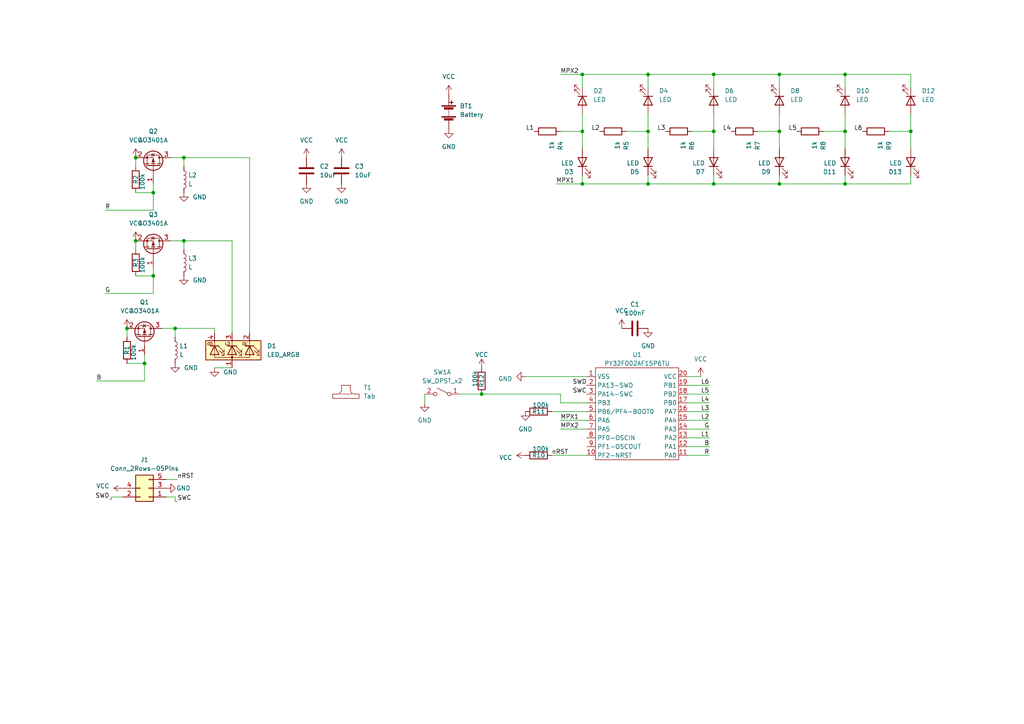
<source format=kicad_sch>
(kicad_sch (version 20231120) (generator "eeschema") (generator_version "8.0")
  (paper "A4")
  (lib_symbols
    (symbol "Connector_Generic:Conn_2Rows-05Pins" (pin_names (offset 1.016) hide)
      (property "Reference" "J" (at 1.27 5.08 0))
      (property "Value" "Conn_2Rows-05Pins" (at 1.27 -5.08 0))
      (symbol "Conn_2Rows-05Pins_1_1"
        (rectangle (start -1.27 -2.413) (end 0 -2.667) (stroke (width 0.1524)))
        (rectangle (start -1.27 0.127) (end 0 -0.127) (stroke (width 0.1524)))
        (rectangle (start -1.27 2.667) (end 0 2.413) (stroke (width 0.1524)))
        (rectangle (start -1.27 3.81) (end 3.81 -3.81) (stroke (width 0.254)) (fill (type background)))
        (rectangle (start 3.81 0.127) (end 2.54 -0.127) (stroke (width 0.1524)))
        (rectangle (start 3.81 2.667) (end 2.54 2.413) (stroke (width 0.1524)))
        (pin passive line (at -5.08 2.54 0) (length 3.81) (name "Pin_1") (number "1"))
        (pin passive line (at 7.62 2.54 180) (length 3.81) (name "Pin_2") (number "2"))
        (pin passive line (at -5.08 0 0) (length 3.81) (name "Pin_3") (number "3"))
        (pin passive line (at 7.62 0 180) (length 3.81) (name "Pin_4") (number "4"))
        (pin passive line (at -5.08 -2.54 0) (length 3.81) (name "Pin_5") (number "5"))
      )
    )
    (symbol "Device:Battery" (pin_numbers hide) (pin_names (offset 0) hide)
      (property "Reference" "BT" (at 2.54 2.54 0))
      (property "Value" "Battery" (at 2.54 0 0))
      (symbol "Battery_0_1"
        (rectangle (start -2.032 -1.397) (end 2.032 -1.651) (fill (type outline)))
        (rectangle (start -2.032 1.778) (end 2.032 1.524) (fill (type outline)))
        (rectangle (start -1.3208 -1.9812) (end 1.27 -2.4892) (fill (type outline)))
        (rectangle (start -1.3208 1.1938) (end 1.27 0.6858) (fill (type outline)))
        (polyline (pts (xy 0 -1.524) (xy 0 -1.27)))
        (polyline (pts (xy 0 -1.016) (xy 0 -0.762)))
        (polyline (pts (xy 0 -0.508) (xy 0 -0.254)))
        (polyline (pts (xy 0 0) (xy 0 0.254)))
        (polyline (pts (xy 0 0.508) (xy 0 0.762)))
        (polyline (pts (xy 0 1.778) (xy 0 2.54)))
        (polyline (pts (xy 0.254 2.667) (xy 1.27 2.667)) (stroke (width 0.254)))
        (polyline (pts (xy 0.762 3.175) (xy 0.762 2.159)) (stroke (width 0.254)))
      )
      (symbol "Battery_1_1"
        (pin passive line (at 0 5.08 270) (length 2.54) (name "+") (number "1"))
        (pin passive line (at 0 -5.08 90) (length 2.54) (name "-") (number "2"))
      )
    )
    (symbol "Device:C" (pin_numbers hide) (pin_names (offset 0.254))
      (property "Reference" "C" (at 0.635 2.54 0))
      (property "Value" "C" (at 0.635 -2.54 0))
      (symbol "C_0_1"
        (polyline (pts (xy -2.032 -0.762) (xy 2.032 -0.762)) (stroke (width 0.508)))
        (polyline (pts (xy -2.032 0.762) (xy 2.032 0.762)) (stroke (width 0.508)))
      )
      (symbol "C_1_1"
        (pin passive line (at 0 3.81 270) (length 2.794) (name "~") (number "1"))
        (pin passive line (at 0 -3.81 90) (length 2.794) (name "~") (number "2"))
      )
    )
    (symbol "Device:L" (pin_numbers hide) (pin_names (offset 1.016) hide)
      (property "Reference" "L" (at -1.27 0 90))
      (property "Value" "L" (at 1.905 0 90))
      (symbol "L_0_1"
        (arc (start 0 -2.54) (mid 0.6323 -1.905) (end 0 -1.27))
        (arc (start 0 -1.27) (mid 0.6323 -0.635) (end 0 0))
        (arc (start 0 0) (mid 0.6323 0.635) (end 0 1.27))
        (arc (start 0 1.27) (mid 0.6323 1.905) (end 0 2.54))
      )
      (symbol "L_1_1"
        (pin passive line (at 0 3.81 270) (length 1.27) (name "1") (number "1"))
        (pin passive line (at 0 -3.81 90) (length 1.27) (name "2") (number "2"))
      )
    )
    (symbol "Device:LED" (pin_numbers hide) (pin_names (offset 1.016) hide)
      (property "Reference" "D" (at 0 2.54 0))
      (property "Value" "LED" (at 0 -2.54 0))
      (symbol "LED_0_1"
        (polyline (pts (xy -1.27 -1.27) (xy -1.27 1.27)) (stroke (width 0.254)))
        (polyline (pts (xy -1.27 0) (xy 1.27 0)))
        (polyline (pts (xy 1.27 -1.27) (xy 1.27 1.27) (xy -1.27 0) (xy 1.27 -1.27)) (stroke (width 0.254)))
        (polyline (pts (xy -3.048 -0.762) (xy -4.572 -2.286) (xy -3.81 -2.286) (xy -4.572 -2.286) (xy -4.572 -1.524)))
        (polyline (pts (xy -1.778 -0.762) (xy -3.302 -2.286) (xy -2.54 -2.286) (xy -3.302 -2.286) (xy -3.302 -1.524)))
      )
      (symbol "LED_1_1"
        (pin passive line (at -3.81 0 0) (length 2.54) (name "K") (number "1"))
        (pin passive line (at 3.81 0 180) (length 2.54) (name "A") (number "2"))
      )
    )
    (symbol "Device:LED_ARGB" (pin_names (offset 0) hide)
      (property "Reference" "D" (at 0 9.398 0))
      (property "Value" "LED_ARGB" (at 0 -8.89 0))
      (symbol "LED_ARGB_0_0"
        (text "B" (at -1.905 -6.35 0) (effects (font (size 1.27 1.27))))
        (text "G" (at -1.905 -1.27 0) (effects (font (size 1.27 1.27))))
        (text "R" (at -1.905 3.81 0) (effects (font (size 1.27 1.27))))
      )
      (symbol "LED_ARGB_0_1"
        (polyline (pts (xy -1.27 -5.08) (xy -2.54 -5.08)))
        (polyline (pts (xy -1.27 -5.08) (xy 1.27 -5.08)))
        (polyline (pts (xy -1.27 -3.81) (xy -1.27 -6.35)) (stroke (width 0.254)))
        (polyline (pts (xy -1.27 0) (xy -2.54 0)))
        (polyline (pts (xy -1.27 1.27) (xy -1.27 -1.27)) (stroke (width 0.254)))
        (polyline (pts (xy -1.27 5.08) (xy -2.54 5.08)))
        (polyline (pts (xy -1.27 5.08) (xy 1.27 5.08)))
        (polyline (pts (xy -1.27 6.35) (xy -1.27 3.81)) (stroke (width 0.254)))
        (polyline (pts (xy 1.27 0) (xy -1.27 0)))
        (polyline (pts (xy 1.27 0) (xy 2.54 0)))
        (polyline (pts (xy -1.27 1.27) (xy -1.27 -1.27) (xy -1.27 -1.27)))
        (polyline (pts (xy -1.27 6.35) (xy -1.27 3.81) (xy -1.27 3.81)))
        (polyline (pts (xy 1.27 -5.08) (xy 2.032 -5.08) (xy 2.032 5.08) (xy 1.27 5.08)))
        (polyline (pts (xy 1.27 -3.81) (xy 1.27 -6.35) (xy -1.27 -5.08) (xy 1.27 -3.81)) (stroke (width 0.254)))
        (polyline (pts (xy 1.27 1.27) (xy 1.27 -1.27) (xy -1.27 0) (xy 1.27 1.27)) (stroke (width 0.254)))
        (polyline (pts (xy 1.27 6.35) (xy 1.27 3.81) (xy -1.27 5.08) (xy 1.27 6.35)) (stroke (width 0.254)))
        (polyline (pts (xy -1.016 -3.81) (xy 0.508 -2.286) (xy -0.254 -2.286) (xy 0.508 -2.286) (xy 0.508 -3.048)))
        (polyline (pts (xy -1.016 1.27) (xy 0.508 2.794) (xy -0.254 2.794) (xy 0.508 2.794) (xy 0.508 2.032)))
        (polyline (pts (xy -1.016 6.35) (xy 0.508 7.874) (xy -0.254 7.874) (xy 0.508 7.874) (xy 0.508 7.112)))
        (polyline (pts (xy 0 -3.81) (xy 1.524 -2.286) (xy 0.762 -2.286) (xy 1.524 -2.286) (xy 1.524 -3.048)))
        (polyline (pts (xy 0 1.27) (xy 1.524 2.794) (xy 0.762 2.794) (xy 1.524 2.794) (xy 1.524 2.032)))
        (polyline (pts (xy 0 6.35) (xy 1.524 7.874) (xy 0.762 7.874) (xy 1.524 7.874) (xy 1.524 7.112)))
        (rectangle (start 1.27 -1.27) (end 1.27 1.27))
        (rectangle (start 1.27 1.27) (end 1.27 1.27))
        (rectangle (start 1.27 3.81) (end 1.27 6.35))
        (rectangle (start 1.27 6.35) (end 1.27 6.35))
        (circle (center 2.032 0) (radius 0.254) (fill (type outline)))
        (rectangle (start 2.794 8.382) (end -2.794 -7.62) (stroke (width 0.254)) (fill (type background)))
      )
      (symbol "LED_ARGB_1_1"
        (pin passive line (at 5.08 0 180) (length 2.54) (name "A") (number "1"))
        (pin passive line (at -5.08 5.08 0) (length 2.54) (name "RK") (number "2"))
        (pin passive line (at -5.08 0 0) (length 2.54) (name "GK") (number "3"))
        (pin passive line (at -5.08 -5.08 0) (length 2.54) (name "BK") (number "4"))
      )
    )
    (symbol "Device:R" (pin_numbers hide) (pin_names (offset 0))
      (property "Reference" "R" (at 2.032 0 90))
      (property "Value" "R" (at 0 0 90))
      (symbol "R_0_1"
        (rectangle (start -1.016 -2.54) (end 1.016 2.54) (stroke (width 0.254)))
      )
      (symbol "R_1_1"
        (pin passive line (at 0 3.81 270) (length 1.27) (name "~") (number "1"))
        (pin passive line (at 0 -3.81 90) (length 1.27) (name "~") (number "2"))
      )
    )
    (symbol "PY32F002AF15P6:PY32F002AF15P6TU"
      (property "Reference" "U" (at -8.89 16.51 0))
      (property "Value" "PY32F002AF15P6TU" (at 5.08 16.51 0))
      (symbol "PY32F002AF15P6TU_0_1"
        (rectangle (start -12.7 11.43) (end 11.43 -15.24))
      )
      (symbol "PY32F002AF15P6TU_1_1"
        (pin input line (at -15.24 8.89 0) (length 2.54) (name "VSS") (number "1"))
        (pin input line (at -15.24 -13.97 0) (length 2.54) (name "PF2-NRST") (number "10"))
        (pin input line (at 13.97 -13.97 180) (length 2.54) (name "PA0") (number "11"))
        (pin input line (at 13.97 -11.43 180) (length 2.54) (name "PA1") (number "12"))
        (pin input line (at 13.97 -8.89 180) (length 2.54) (name "PA2") (number "13"))
        (pin input line (at 13.97 -6.35 180) (length 2.54) (name "PA3") (number "14"))
        (pin input line (at 13.97 -3.81 180) (length 2.54) (name "PA4") (number "15"))
        (pin input line (at 13.97 -1.27 180) (length 2.54) (name "PA7") (number "16"))
        (pin input line (at 13.97 1.27 180) (length 2.54) (name "PB0") (number "17"))
        (pin input line (at 13.97 3.81 180) (length 2.54) (name "PB2") (number "18"))
        (pin input line (at 13.97 6.35 180) (length 2.54) (name "PB1") (number "19"))
        (pin input line (at -15.24 6.35 0) (length 2.54) (name "PA13-SWD") (number "2"))
        (pin input line (at 13.97 8.89 180) (length 2.54) (name "VCC") (number "20"))
        (pin input line (at -15.24 3.81 0) (length 2.54) (name "PA14-SWC") (number "3"))
        (pin input line (at -15.24 1.27 0) (length 2.54) (name "PB3") (number "4"))
        (pin input line (at -15.24 -1.27 0) (length 2.54) (name "PB6/PF4-BOOT0") (number "5"))
        (pin input line (at -15.24 -3.81 0) (length 2.54) (name "PA6") (number "6"))
        (pin input line (at -15.24 -6.35 0) (length 2.54) (name "PA5") (number "7"))
        (pin input line (at -15.24 -8.89 0) (length 2.54) (name "PF0-OSCIN") (number "8"))
        (pin input line (at -15.24 -11.43 0) (length 2.54) (name "PF1-OSCOUT") (number "9"))
      )
    )
    (symbol "Switch:SW_DPST_x2" (pin_names (offset 0) hide)
      (property "Reference" "SW" (at 0 3.175 0))
      (property "Value" "SW_DPST_x2" (at 0 -2.54 0))
      (symbol "SW_DPST_x2_0_0"
        (circle (center -2.032 0) (radius 0.508))
        (polyline (pts (xy -1.524 0.254) (xy 1.524 1.778)))
        (circle (center 2.032 0) (radius 0.508))
      )
      (symbol "SW_DPST_x2_1_1"
        (pin passive line (at -5.08 0 0) (length 2.54) (name "A") (number "1"))
        (pin passive line (at 5.08 0 180) (length 2.54) (name "B") (number "2"))
      )
      (symbol "SW_DPST_x2_2_1"
        (pin passive line (at -5.08 0 0) (length 2.54) (name "A") (number "3"))
        (pin passive line (at 5.08 0 180) (length 2.54) (name "B") (number "4"))
      )
    )
    (symbol "Transistor_FET:AO3401A" (pin_names hide)
      (property "Reference" "Q" (at 5.08 1.905 0))
      (property "Value" "AO3401A" (at 5.08 0 0))
      (symbol "AO3401A_0_1"
        (polyline (pts (xy 0.254 0) (xy -2.54 0)))
        (polyline (pts (xy 0.254 1.905) (xy 0.254 -1.905)) (stroke (width 0.254)))
        (polyline (pts (xy 0.762 -1.27) (xy 0.762 -2.286)) (stroke (width 0.254)))
        (polyline (pts (xy 0.762 0.508) (xy 0.762 -0.508)) (stroke (width 0.254)))
        (polyline (pts (xy 0.762 2.286) (xy 0.762 1.27)) (stroke (width 0.254)))
        (polyline (pts (xy 2.54 2.54) (xy 2.54 1.778)))
        (polyline (pts (xy 2.54 -2.54) (xy 2.54 0) (xy 0.762 0)))
        (polyline (pts (xy 0.762 1.778) (xy 3.302 1.778) (xy 3.302 -1.778) (xy 0.762 -1.778)))
        (polyline (pts (xy 2.286 0) (xy 1.27 0.381) (xy 1.27 -0.381) (xy 2.286 0)) (fill (type outline)))
        (polyline (pts (xy 2.794 -0.508) (xy 2.921 -0.381) (xy 3.683 -0.381) (xy 3.81 -0.254)))
        (polyline (pts (xy 3.302 -0.381) (xy 2.921 0.254) (xy 3.683 0.254) (xy 3.302 -0.381)))
        (circle (center 1.651 0) (radius 2.794) (stroke (width 0.254)))
        (circle (center 2.54 -1.778) (radius 0.254) (fill (type outline)))
        (circle (center 2.54 1.778) (radius 0.254) (fill (type outline)))
      )
      (symbol "AO3401A_1_1"
        (pin input line (at -5.08 0 0) (length 2.54) (name "G") (number "1"))
        (pin passive line (at 2.54 -5.08 90) (length 2.54) (name "S") (number "2"))
        (pin passive line (at 2.54 5.08 270) (length 2.54) (name "D") (number "3"))
      )
    )
    (symbol "kikit:Tab" (in_bom no)
      (property "Reference" "T" (at 0 3.81 0))
      (property "Value" "Tab" (at 0 -2.54 0))
      (symbol "Tab_0_1"
        (arc (start -2.54 0) (mid -1.642 0.372) (end -1.27 1.27) (stroke (width 0.1524)))
        (circle (center -1.524 0) (radius 0.0762) (stroke (width 0.1524)))
        (circle (center -1.016 0) (radius 0.0762) (stroke (width 0.1524)))
        (circle (center -0.508 0) (radius 0.0762) (stroke (width 0.1524)))
        (polyline (pts (xy -3.81 0) (xy -2.54 0)) (stroke (width 0.1524)))
        (polyline (pts (xy -1.27 1.27) (xy -1.27 2.54)) (stroke (width 0.1524)))
        (polyline (pts (xy 1.27 1.27) (xy 1.27 2.54)) (stroke (width 0.1524)))
        (polyline (pts (xy 1.27 2.54) (xy -1.27 2.54)) (stroke (width 0.1524)))
        (polyline (pts (xy 2.54 0) (xy 3.81 0)) (stroke (width 0.1524)))
        (polyline (pts (xy -3.81 0) (xy -3.81 -1.27) (xy 3.81 -1.27) (xy 3.81 0)) (stroke (width 0.1524)))
        (circle (center 0 0) (radius 0.0762) (stroke (width 0.1524)))
        (circle (center 0.508 0) (radius 0.0762) (stroke (width 0.1524)))
        (circle (center 1.016 0) (radius 0.0762) (stroke (width 0.1524)))
        (arc (start 1.27 1.27) (mid 1.642 0.372) (end 2.54 0) (stroke (width 0.1524)))
        (circle (center 1.524 0) (radius 0.0762) (stroke (width 0.1524)))
      )
    )
    (symbol "power:GND" (power) (pin_names (offset 0))
      (property "Value" "GND" (at 0 -3.81 0))
      (symbol "GND_0_1"
        (polyline (pts (xy 0 0) (xy 0 -1.27) (xy 1.27 -1.27) (xy 0 -2.54) (xy -1.27 -1.27) (xy 0 -1.27)))
      )
      (symbol "GND_1_1"
        (pin power_in line (at 0 0 270) (length 0) hide (name "GND") (number "1"))
      )
    )
    (symbol "power:VCC" (power) (pin_names (offset 0))
      (property "Value" "VCC" (at 0 3.81 0))
      (symbol "VCC_0_1"
        (polyline (pts (xy -0.762 1.27) (xy 0 2.54)))
        (polyline (pts (xy 0 0) (xy 0 2.54)))
        (polyline (pts (xy 0 2.54) (xy 0.762 1.27)))
      )
      (symbol "VCC_1_1"
        (pin power_in line (at 0 0 90) (length 0) hide (name "VCC") (number "1"))
      )
    )
  )
  (junction (at 36.83 95.25))
  (junction (at 168.91 38.1))
  (junction (at 245.11 21.59))
  (junction (at 39.37 45.72))
  (junction (at 245.11 53.34))
  (junction (at 50.8 95.25))
  (junction (at 207.01 53.34))
  (junction (at 264.16 38.1))
  (junction (at 44.45 80.01))
  (junction (at 207.01 38.1))
  (junction (at 226.06 38.1))
  (junction (at 39.37 69.85))
  (junction (at 44.45 55.88))
  (junction (at 168.91 21.59))
  (junction (at 53.34 45.72))
  (junction (at 139.7 114.3))
  (junction (at 226.06 21.59))
  (junction (at 41.91 105.41))
  (junction (at 187.96 38.1))
  (junction (at 187.96 21.59))
  (junction (at 245.11 38.1))
  (junction (at 226.06 53.34))
  (junction (at 53.34 69.85))
  (junction (at 187.96 53.34))
  (junction (at 168.91 53.34))
  (junction (at 207.01 21.59))
  (wire (pts (xy 187.96 21.59) (xy 168.91 21.59)))
  (wire (pts (xy 162.56 121.92) (xy 170.18 121.92)))
  (wire (pts (xy 226.06 50.8) (xy 226.06 53.34)))
  (wire (pts (xy 245.11 33.02) (xy 245.11 38.1)))
  (wire (pts (xy 32.385 144.78) (xy 32.385 144.145)))
  (wire (pts (xy 207.01 33.02) (xy 207.01 38.1)))
  (wire (pts (xy 44.45 55.88) (xy 44.45 60.96)))
  (wire (pts (xy 226.06 33.02) (xy 226.06 38.1)))
  (wire (pts (xy 264.16 25.4) (xy 264.16 21.59)))
  (wire (pts (xy 44.45 55.88) (xy 44.45 53.34)))
  (wire (pts (xy 32.385 144.145) (xy 35.56 144.145)))
  (wire (pts (xy 36.83 105.41) (xy 41.91 105.41)))
  (wire (pts (xy 207.01 25.4) (xy 207.01 21.59)))
  (wire (pts (xy 50.8 144.145) (xy 48.26 144.145)))
  (wire (pts (xy 162.56 124.46) (xy 170.18 124.46)))
  (wire (pts (xy 53.34 69.85) (xy 53.34 72.39)))
  (wire (pts (xy 39.37 80.01) (xy 44.45 80.01)))
  (wire (pts (xy 49.53 45.72) (xy 53.34 45.72)))
  (wire (pts (xy 205.74 124.46) (xy 199.39 124.46)))
  (wire (pts (xy 50.8 145.415) (xy 50.8 144.145)))
  (wire (pts (xy 245.11 50.8) (xy 245.11 53.34)))
  (wire (pts (xy 53.34 69.85) (xy 67.31 69.85)))
  (wire (pts (xy 31.75 144.78) (xy 32.385 144.78)))
  (wire (pts (xy 162.56 38.1) (xy 168.91 38.1)))
  (wire (pts (xy 205.74 119.38) (xy 199.39 119.38)))
  (wire (pts (xy 205.74 132.08) (xy 199.39 132.08)))
  (wire (pts (xy 162.56 21.59) (xy 168.91 21.59)))
  (wire (pts (xy 44.45 80.01) (xy 44.45 85.09)))
  (wire (pts (xy 226.06 25.4) (xy 226.06 21.59)))
  (wire (pts (xy 245.11 25.4) (xy 245.11 21.59)))
  (wire (pts (xy 36.83 95.25) (xy 36.83 97.79)))
  (wire (pts (xy 199.39 109.22) (xy 203.2 109.22)))
  (wire (pts (xy 245.11 38.1) (xy 245.11 43.18)))
  (wire (pts (xy 39.37 69.85) (xy 39.37 72.39)))
  (wire (pts (xy 181.61 38.1) (xy 187.96 38.1)))
  (wire (pts (xy 41.91 105.41) (xy 41.91 102.87)))
  (wire (pts (xy 30.48 60.96) (xy 44.45 60.96)))
  (wire (pts (xy 160.02 132.08) (xy 170.18 132.08)))
  (wire (pts (xy 50.8 95.25) (xy 50.8 97.79)))
  (wire (pts (xy 168.91 53.34) (xy 187.96 53.34)))
  (wire (pts (xy 226.06 38.1) (xy 226.06 43.18)))
  (wire (pts (xy 238.76 38.1) (xy 245.11 38.1)))
  (wire (pts (xy 207.01 38.1) (xy 207.01 43.18)))
  (wire (pts (xy 39.37 55.88) (xy 44.45 55.88)))
  (wire (pts (xy 205.74 114.3) (xy 199.39 114.3)))
  (wire (pts (xy 27.94 110.49) (xy 41.91 110.49)))
  (wire (pts (xy 51.435 145.415) (xy 50.8 145.415)))
  (wire (pts (xy 46.99 95.25) (xy 50.8 95.25)))
  (wire (pts (xy 162.56 114.3) (xy 162.56 116.84)))
  (wire (pts (xy 264.16 50.8) (xy 264.16 53.34)))
  (wire (pts (xy 245.11 21.59) (xy 226.06 21.59)))
  (wire (pts (xy 72.39 45.72) (xy 72.39 96.52)))
  (wire (pts (xy 207.01 53.34) (xy 226.06 53.34)))
  (wire (pts (xy 152.4 109.22) (xy 170.18 109.22)))
  (wire (pts (xy 53.34 45.72) (xy 72.39 45.72)))
  (wire (pts (xy 187.96 53.34) (xy 207.01 53.34)))
  (wire (pts (xy 219.71 38.1) (xy 226.06 38.1)))
  (wire (pts (xy 207.01 21.59) (xy 187.96 21.59)))
  (wire (pts (xy 49.53 69.85) (xy 53.34 69.85)))
  (wire (pts (xy 123.19 114.3) (xy 123.19 116.84)))
  (wire (pts (xy 257.81 38.1) (xy 264.16 38.1)))
  (wire (pts (xy 161.29 53.34) (xy 168.91 53.34)))
  (wire (pts (xy 205.74 129.54) (xy 199.39 129.54)))
  (wire (pts (xy 162.56 116.84) (xy 170.18 116.84)))
  (wire (pts (xy 62.23 95.25) (xy 50.8 95.25)))
  (wire (pts (xy 41.91 105.41) (xy 41.91 110.49)))
  (wire (pts (xy 160.02 119.38) (xy 170.18 119.38)))
  (wire (pts (xy 226.06 53.34) (xy 245.11 53.34)))
  (wire (pts (xy 187.96 38.1) (xy 187.96 43.18)))
  (wire (pts (xy 62.23 96.52) (xy 62.23 95.25)))
  (wire (pts (xy 264.16 33.02) (xy 264.16 38.1)))
  (wire (pts (xy 30.48 85.09) (xy 44.45 85.09)))
  (wire (pts (xy 245.11 53.34) (xy 264.16 53.34)))
  (wire (pts (xy 187.96 50.8) (xy 187.96 53.34)))
  (wire (pts (xy 205.74 127) (xy 199.39 127)))
  (wire (pts (xy 53.34 45.72) (xy 53.34 48.26)))
  (wire (pts (xy 187.96 33.02) (xy 187.96 38.1)))
  (wire (pts (xy 168.91 38.1) (xy 168.91 43.18)))
  (wire (pts (xy 133.35 114.3) (xy 139.7 114.3)))
  (wire (pts (xy 226.06 21.59) (xy 207.01 21.59)))
  (wire (pts (xy 39.37 45.72) (xy 39.37 48.26)))
  (wire (pts (xy 200.66 38.1) (xy 207.01 38.1)))
  (wire (pts (xy 205.74 116.84) (xy 199.39 116.84)))
  (wire (pts (xy 168.91 50.8) (xy 168.91 53.34)))
  (wire (pts (xy 168.91 25.4) (xy 168.91 21.59)))
  (wire (pts (xy 67.31 69.85) (xy 67.31 96.52)))
  (wire (pts (xy 205.74 111.76) (xy 199.39 111.76)))
  (wire (pts (xy 48.26 139.065) (xy 51.435 139.065)))
  (wire (pts (xy 207.01 50.8) (xy 207.01 53.34)))
  (wire (pts (xy 264.16 21.59) (xy 245.11 21.59)))
  (wire (pts (xy 187.96 25.4) (xy 187.96 21.59)))
  (wire (pts (xy 264.16 38.1) (xy 264.16 43.18)))
  (wire (pts (xy 44.45 80.01) (xy 44.45 77.47)))
  (wire (pts (xy 139.7 114.3) (xy 162.56 114.3)))
  (wire (pts (xy 62.23 106.68) (xy 67.31 106.68)))
  (wire (pts (xy 168.91 33.02) (xy 168.91 38.1)))
  (wire (pts (xy 205.74 121.92) (xy 199.39 121.92)))
  (label "MPX1" (at 162.56 121.92 0))
  (label "SWC" (at 170.18 114.3 180))
  (label "L1" (at 205.74 127 180))
  (label "L5" (at 231.14 38.1 180))
  (label "L2" (at 205.74 121.92 180))
  (label "B" (at 27.94 110.49 0))
  (label "R" (at 30.48 60.96 0))
  (label "L4" (at 212.09 38.1 180))
  (label "L2" (at 173.99 38.1 180))
  (label "L6" (at 205.74 111.76 180))
  (label "L5" (at 205.74 114.3 180))
  (label "MPX2" (at 162.56 21.59 0))
  (label "nRST" (at 160.02 132.08 0))
  (label "SWD" (at 31.75 144.78 180))
  (label "L3" (at 205.74 119.38 180))
  (label "B" (at 205.74 129.54 180))
  (label "G" (at 205.74 124.46 180))
  (label "SWC" (at 51.435 145.415 0))
  (label "L1" (at 154.94 38.1 180))
  (label "L6" (at 250.19 38.1 180))
  (label "MPX2" (at 162.56 124.46 0))
  (label "L3" (at 193.04 38.1 180))
  (label "L4" (at 205.74 116.84 180))
  (label "nRST" (at 51.435 139.065 0))
  (label "MPX1" (at 161.29 53.34 0))
  (label "SWD" (at 170.18 111.76 180))
  (label "R" (at 205.74 132.08 180))
  (label "G" (at 30.48 85.09 0))
  (symbol (lib_id "Device:LED") (at 245.11 46.99 90) (unit 1)
    (property "Reference" "D11" (at 242.57 49.8476 90) (effects (justify left)))
    (property "Value" "LED" (at 242.57 47.3076 90) (effects (justify left)))
    (property "Footprint" "LED_SMD:LED_0805_2012Metric" (effects (hide yes)))
  )
  (symbol (lib_id "Device:R") (at 39.37 76.2 0) (unit 1)
    (property "Reference" "R3" (at 39.37 76.2 90))
    (property "Value" "100k" (at 41.275 76.835 90))
    (property "Footprint" "Resistor_SMD:R_0603_1608Metric" (effects (hide yes)))
  )
  (symbol (lib_id "Device:R") (at 254 38.1 270) (unit 1)
    (property "Reference" "R9" (at 257.8101 40.894 0) (effects (justify left)))
    (property "Value" "1k" (at 255.2701 40.894 0) (effects (justify left)))
    (property "Footprint" "Resistor_SMD:R_0603_1608Metric" (effects (hide yes)))
  )
  (symbol (lib_id "Connector_Generic:Conn_2Rows-05Pins") (at 43.18 141.605 180) (unit 1)
    (property "Reference" "J1" (at 41.91 133.35 0))
    (property "Value" "Conn_2Rows-05Pins" (at 41.91 135.89 0))
    (property "Footprint" "karifa:ProgConnector_5pin" (effects (hide yes)))
  )
  (symbol (lib_id "kikit:Tab") (at 100.33 114.3 0) (unit 1) (in_bom no)
    (property "Reference" "T1" (at 105.41 112.3949 0) (effects (justify left)))
    (property "Value" "Tab" (at 105.41 114.9349 0) (effects (justify left)))
    (property "Footprint" "kikit:Tab" (effects (hide yes)))
  )
  (symbol (lib_id "Device:L") (at 53.34 52.07 0) (unit 1)
    (property "Reference" "L2" (at 54.61 50.7999 0) (effects (justify left)))
    (property "Value" "L" (at 54.61 53.3399 0) (effects (justify left)))
    (property "Footprint" "Inductor_SMD:L_1008_2520Metric" (effects (hide yes)))
  )
  (symbol (lib_id "Device:C") (at 99.06 49.53 0) (unit 1)
    (property "Reference" "C3" (at 102.87 48.2599 0) (effects (justify left)))
    (property "Value" "10uF" (at 102.87 50.7999 0) (effects (justify left)))
    (property "Footprint" "Capacitor_SMD:C_0805_2012Metric" (effects (hide yes)))
  )
  (symbol (lib_id "Device:LED") (at 207.01 29.21 270) (unit 1)
    (property "Reference" "D6" (at 210.185 26.3524 90) (effects (justify left)))
    (property "Value" "LED" (at 210.185 28.8924 90) (effects (justify left)))
    (property "Footprint" "LED_SMD:LED_0805_2012Metric" (effects (hide yes)))
  )
  (symbol (lib_id "Transistor_FET:AO3401A") (at 44.45 72.39 270) (mirror x) (unit 1)
    (property "Reference" "Q3" (at 44.45 62.23 90))
    (property "Value" "AO3401A" (at 44.45 64.77 90))
    (property "Footprint" "karifa:SOT-23" (effects (hide yes)))
    (property "Datasheet" "http://www.aosmd.com/pdfs/datasheet/AO3401A.pdf" (effects (hide yes)))
  )
  (symbol (lib_id "Device:R") (at 36.83 101.6 0) (unit 1)
    (property "Reference" "R1" (at 36.83 101.6 90))
    (property "Value" "100k" (at 38.735 102.235 90))
    (property "Footprint" "Resistor_SMD:R_0603_1608Metric" (effects (hide yes)))
  )
  (symbol (lib_id "Device:LED") (at 168.91 29.21 270) (unit 1)
    (property "Reference" "D2" (at 172.085 26.3524 90) (effects (justify left)))
    (property "Value" "LED" (at 172.085 28.8924 90) (effects (justify left)))
    (property "Footprint" "LED_SMD:LED_0805_2012Metric" (effects (hide yes)))
  )
  (symbol (lib_id "power:GND") (at 99.06 53.34 0) (unit 1)
    (property "Reference" "#PWR0120" (effects (hide yes)))
    (property "Value" "GND" (at 99.06 58.42 0))
  )
  (symbol (lib_id "Device:LED") (at 187.96 29.21 270) (unit 1)
    (property "Reference" "D4" (at 191.135 26.3524 90) (effects (justify left)))
    (property "Value" "LED" (at 191.135 28.8924 90) (effects (justify left)))
    (property "Footprint" "LED_SMD:LED_0805_2012Metric" (effects (hide yes)))
  )
  (symbol (lib_id "Device:L") (at 53.34 76.2 0) (unit 1)
    (property "Reference" "L3" (at 54.61 74.9299 0) (effects (justify left)))
    (property "Value" "L" (at 54.61 77.4699 0) (effects (justify left)))
    (property "Footprint" "Inductor_SMD:L_1008_2520Metric" (effects (hide yes)))
  )
  (symbol (lib_id "Device:R") (at 215.9 38.1 270) (unit 1)
    (property "Reference" "R7" (at 219.7101 40.894 0) (effects (justify left)))
    (property "Value" "1k" (at 217.1701 40.894 0) (effects (justify left)))
    (property "Footprint" "Resistor_SMD:R_0603_1608Metric" (effects (hide yes)))
  )
  (symbol (lib_id "Device:Battery") (at 130.175 32.385 0) (unit 1)
    (property "Reference" "BT1" (at 133.35 30.7339 0) (effects (justify left)))
    (property "Value" "Battery" (at 133.35 33.2739 0) (effects (justify left)))
    (property "Footprint" "karifa:CR2032_Holder" (effects (hide yes)))
  )
  (symbol (lib_id "Device:LED") (at 264.16 46.99 90) (unit 1)
    (property "Reference" "D13" (at 261.62 49.8476 90) (effects (justify left)))
    (property "Value" "LED" (at 261.62 47.3076 90) (effects (justify left)))
    (property "Footprint" "LED_SMD:LED_0805_2012Metric" (effects (hide yes)))
  )
  (symbol (lib_id "power:VCC") (at 39.37 69.85 0) (unit 1)
    (property "Reference" "#PWR0116" (effects (hide yes)))
    (property "Value" "VCC" (at 39.37 64.77 0))
  )
  (symbol (lib_id "Device:LED") (at 245.11 29.21 270) (unit 1)
    (property "Reference" "D10" (at 248.285 26.3524 90) (effects (justify left)))
    (property "Value" "LED" (at 248.285 28.8924 90) (effects (justify left)))
    (property "Footprint" "LED_SMD:LED_0805_2012Metric" (effects (hide yes)))
  )
  (symbol (lib_id "power:GND") (at 62.23 106.68 0) (unit 1)
    (property "Reference" "#PWR0107" (effects (hide yes)))
    (property "Value" "GND" (at 64.77 107.9499 0) (effects (justify left)))
  )
  (symbol (lib_id "Device:LED") (at 264.16 29.21 270) (unit 1)
    (property "Reference" "D12" (at 267.335 26.3524 90) (effects (justify left)))
    (property "Value" "LED" (at 267.335 28.8924 90) (effects (justify left)))
    (property "Footprint" "LED_SMD:LED_0805_2012Metric" (effects (hide yes)))
  )
  (symbol (lib_id "power:VCC") (at 35.56 141.605 90) (unit 1)
    (property "Reference" "#PWR01" (effects (hide yes)))
    (property "Value" "VCC" (at 31.75 140.97 90) (effects (justify left)))
  )
  (symbol (lib_id "power:VCC") (at 88.9 45.72 0) (unit 1)
    (property "Reference" "#PWR0117" (effects (hide yes)))
    (property "Value" "VCC" (at 88.9 40.64 0))
  )
  (symbol (lib_id "PY32F002AF15P6:PY32F002AF15P6TU") (at 185.42 118.11 0) (unit 1)
    (property "Reference" "U1" (at 184.785 102.87 0))
    (property "Value" "PY32F002AF15P6TU" (at 184.785 105.41 0))
    (property "Footprint" "karifa:TSSOP-20_4.4x6.5mm_P0.65mm" (effects (hide yes)))
  )
  (symbol (lib_id "power:VCC") (at 39.37 45.72 0) (unit 1)
    (property "Reference" "#PWR0115" (effects (hide yes)))
    (property "Value" "VCC" (at 39.37 40.64 0))
  )
  (symbol (lib_id "power:GND") (at 53.34 55.88 0) (unit 1)
    (property "Reference" "#PWR0114" (effects (hide yes)))
    (property "Value" "GND" (at 55.88 57.1499 0) (effects (justify left)))
  )
  (symbol (lib_id "Device:R") (at 196.85 38.1 270) (unit 1)
    (property "Reference" "R6" (at 200.6601 40.894 0) (effects (justify left)))
    (property "Value" "1k" (at 198.1201 40.894 0) (effects (justify left)))
    (property "Footprint" "Resistor_SMD:R_0603_1608Metric" (effects (hide yes)))
  )
  (symbol (lib_id "power:VCC") (at 130.175 27.305 0) (unit 1)
    (property "Reference" "#PWR0105" (effects (hide yes)))
    (property "Value" "VCC" (at 130.175 22.225 0))
  )
  (symbol (lib_id "Device:R") (at 158.75 38.1 270) (unit 1)
    (property "Reference" "R4" (at 162.5601 40.894 0) (effects (justify left)))
    (property "Value" "1k" (at 160.0201 40.894 0) (effects (justify left)))
    (property "Footprint" "Resistor_SMD:R_0603_1608Metric" (effects (hide yes)))
  )
  (symbol (lib_id "Device:LED") (at 187.96 46.99 90) (unit 1)
    (property "Reference" "D5" (at 185.42 49.8476 90) (effects (justify left)))
    (property "Value" "LED" (at 185.42 47.3076 90) (effects (justify left)))
    (property "Footprint" "LED_SMD:LED_0805_2012Metric" (effects (hide yes)))
  )
  (symbol (lib_id "power:GND") (at 53.34 80.01 0) (unit 1)
    (property "Reference" "#PWR0113" (effects (hide yes)))
    (property "Value" "GND" (at 55.88 81.2799 0) (effects (justify left)))
  )
  (symbol (lib_id "Device:R") (at 139.7 110.49 180) (unit 1)
    (property "Reference" "R12" (at 139.7 110.49 90))
    (property "Value" "100k" (at 137.795 109.855 90))
    (property "Footprint" "Resistor_SMD:R_0603_1608Metric" (effects (hide yes)))
  )
  (symbol (lib_id "Device:R") (at 156.21 119.38 90) (unit 1)
    (property "Reference" "R11" (at 156.21 119.38 90))
    (property "Value" "100k" (at 156.845 117.475 90))
    (property "Footprint" "Resistor_SMD:R_0603_1608Metric" (effects (hide yes)))
  )
  (symbol (lib_id "Device:R") (at 177.8 38.1 270) (unit 1)
    (property "Reference" "R5" (at 181.6101 40.894 0) (effects (justify left)))
    (property "Value" "1k" (at 179.0701 40.894 0) (effects (justify left)))
    (property "Footprint" "Resistor_SMD:R_0603_1608Metric" (effects (hide yes)))
  )
  (symbol (lib_id "Device:LED_ARGB") (at 67.31 101.6 270) (unit 1)
    (property "Reference" "D1" (at 77.47 100.3299 90) (effects (justify left)))
    (property "Value" "LED_ARGB" (at 77.47 102.8699 90) (effects (justify left)))
    (property "Footprint" "karifa:LED_RGB_Wuerth-PLCC4_3.2x2.8mm_150141M173100" (effects (hide yes)))
  )
  (symbol (lib_id "Transistor_FET:AO3401A") (at 44.45 48.26 270) (mirror x) (unit 1)
    (property "Reference" "Q2" (at 44.45 38.1 90))
    (property "Value" "AO3401A" (at 44.45 40.64 90))
    (property "Footprint" "karifa:SOT-23" (effects (hide yes)))
    (property "Datasheet" "http://www.aosmd.com/pdfs/datasheet/AO3401A.pdf" (effects (hide yes)))
  )
  (symbol (lib_id "Device:LED") (at 226.06 46.99 90) (unit 1)
    (property "Reference" "D9" (at 223.52 49.8476 90) (effects (justify left)))
    (property "Value" "LED" (at 223.52 47.3076 90) (effects (justify left)))
    (property "Footprint" "LED_SMD:LED_0805_2012Metric" (effects (hide yes)))
  )
  (symbol (lib_id "Device:C") (at 88.9 49.53 0) (unit 1)
    (property "Reference" "C2" (at 92.71 48.2599 0) (effects (justify left)))
    (property "Value" "10uF" (at 92.71 50.7999 0) (effects (justify left)))
    (property "Footprint" "Capacitor_SMD:C_0805_2012Metric" (effects (hide yes)))
  )
  (symbol (lib_id "power:GND") (at 88.9 53.34 0) (unit 1)
    (property "Reference" "#PWR0119" (effects (hide yes)))
    (property "Value" "GND" (at 88.9 58.42 0))
  )
  (symbol (lib_id "power:GND") (at 130.175 37.465 0) (unit 1)
    (property "Reference" "#PWR0104" (effects (hide yes)))
    (property "Value" "GND" (at 130.175 42.545 0))
  )
  (symbol (lib_id "Device:R") (at 234.95 38.1 270) (unit 1)
    (property "Reference" "R8" (at 238.7601 40.894 0) (effects (justify left)))
    (property "Value" "1k" (at 236.2201 40.894 0) (effects (justify left)))
    (property "Footprint" "Resistor_SMD:R_0603_1608Metric" (effects (hide yes)))
  )
  (symbol (lib_id "power:GND") (at 50.8 105.41 0) (unit 1)
    (property "Reference" "#PWR0108" (effects (hide yes)))
    (property "Value" "GND" (at 53.34 106.6799 0) (effects (justify left)))
  )
  (symbol (lib_id "power:VCC") (at 36.83 95.25 0) (unit 1)
    (property "Reference" "#PWR0109" (effects (hide yes)))
    (property "Value" "VCC" (at 36.83 90.17 0))
  )
  (symbol (lib_id "Device:C") (at 184.15 95.25 270) (unit 1)
    (property "Reference" "C1" (at 184.15 88.265 90))
    (property "Value" "100nF" (at 184.15 90.805 90))
    (property "Footprint" "Capacitor_SMD:C_0805_2012Metric" (effects (hide yes)))
  )
  (symbol (lib_id "Device:R") (at 156.21 132.08 90) (unit 1)
    (property "Reference" "R10" (at 156.21 132.08 90))
    (property "Value" "100k" (at 156.845 130.175 90))
    (property "Footprint" "Resistor_SMD:R_0603_1608Metric" (effects (hide yes)))
  )
  (symbol (lib_id "power:VCC") (at 203.2 109.22 0) (unit 1)
    (property "Reference" "#PWR0111" (effects (hide yes)))
    (property "Value" "VCC" (at 203.2 104.14 0))
  )
  (symbol (lib_id "power:GND") (at 152.4 119.38 0) (unit 1)
    (property "Reference" "#PWR04" (effects (hide yes)))
    (property "Value" "GND" (at 152.4 124.46 0))
  )
  (symbol (lib_id "power:VCC") (at 152.4 132.08 90) (unit 1)
    (property "Reference" "#PWR03" (effects (hide yes)))
    (property "Value" "VCC" (at 148.59 132.715 90) (effects (justify left)))
  )
  (symbol (lib_id "Device:LED") (at 207.01 46.99 90) (unit 1)
    (property "Reference" "D7" (at 204.47 49.8476 90) (effects (justify left)))
    (property "Value" "LED" (at 204.47 47.3076 90) (effects (justify left)))
    (property "Footprint" "LED_SMD:LED_0805_2012Metric" (effects (hide yes)))
  )
  (symbol (lib_id "power:GND") (at 152.4 109.22 270) (unit 1)
    (property "Reference" "#PWR05" (effects (hide yes)))
    (property "Value" "GND" (at 148.59 109.855 90) (effects (justify right)))
  )
  (symbol (lib_id "power:GND") (at 187.96 95.25 0) (unit 1)
    (property "Reference" "#PWR0106" (effects (hide yes)))
    (property "Value" "GND" (at 187.96 100.33 0))
  )
  (symbol (lib_id "Device:LED") (at 168.91 46.99 90) (unit 1)
    (property "Reference" "D3" (at 166.37 49.8476 90) (effects (justify left)))
    (property "Value" "LED" (at 166.37 47.3076 90) (effects (justify left)))
    (property "Footprint" "LED_SMD:LED_0805_2012Metric" (effects (hide yes)))
  )
  (symbol (lib_id "power:VCC") (at 180.34 95.25 0) (unit 1)
    (property "Reference" "#PWR0103" (effects (hide yes)))
    (property "Value" "VCC" (at 180.34 90.17 0))
  )
  (symbol (lib_id "Device:L") (at 50.8 101.6 0) (unit 1)
    (property "Reference" "L1" (at 52.07 100.3299 0) (effects (justify left)))
    (property "Value" "L" (at 52.07 102.8699 0) (effects (justify left)))
    (property "Footprint" "Inductor_SMD:L_1008_2520Metric" (effects (hide yes)))
  )
  (symbol (lib_id "power:GND") (at 48.26 141.605 90) (unit 1)
    (property "Reference" "#PWR02" (effects (hide yes)))
    (property "Value" "GND" (at 55.245 141.605 90) (effects (justify left)))
  )
  (symbol (lib_id "Switch:SW_DPST_x2") (at 128.27 114.3 0) (mirror y) (unit 1)
    (property "Reference" "SW1" (at 128.27 107.95 0))
    (property "Value" "SW_DPST_x2" (at 128.27 110.49 0))
    (property "Footprint" "Button_Switch_SMD:SW_SPST_TL3342" (effects (hide yes)))
  )
  (symbol (lib_id "Device:R") (at 39.37 52.07 0) (unit 1)
    (property "Reference" "R2" (at 39.37 52.07 90))
    (property "Value" "100k" (at 41.275 52.705 90))
    (property "Footprint" "Resistor_SMD:R_0603_1608Metric" (effects (hide yes)))
  )
  (symbol (lib_id "Device:LED") (at 226.06 29.21 270) (unit 1)
    (property "Reference" "D8" (at 229.235 26.3524 90) (effects (justify left)))
    (property "Value" "LED" (at 229.235 28.8924 90) (effects (justify left)))
    (property "Footprint" "LED_SMD:LED_0805_2012Metric" (effects (hide yes)))
  )
  (symbol (lib_id "power:GND") (at 123.19 116.84 0) (unit 1)
    (property "Reference" "#PWR07" (effects (hide yes)))
    (property "Value" "GND" (at 123.19 121.92 0))
  )
  (symbol (lib_id "power:VCC") (at 139.7 106.68 0) (unit 1)
    (property "Reference" "#PWR06" (effects (hide yes)))
    (property "Value" "VCC" (at 139.7 102.87 0))
  )
  (symbol (lib_id "Transistor_FET:AO3401A") (at 41.91 97.79 270) (mirror x) (unit 1)
    (property "Reference" "Q1" (at 41.91 87.63 90))
    (property "Value" "AO3401A" (at 41.91 90.17 90))
    (property "Footprint" "karifa:SOT-23" (effects (hide yes)))
    (property "Datasheet" "http://www.aosmd.com/pdfs/datasheet/AO3401A.pdf" (effects (hide yes)))
  )
  (symbol (lib_id "power:VCC") (at 99.06 45.72 0) (unit 1)
    (property "Reference" "#PWR0118" (effects (hide yes)))
    (property "Value" "VCC" (at 99.06 40.64 0))
  )
)
</source>
